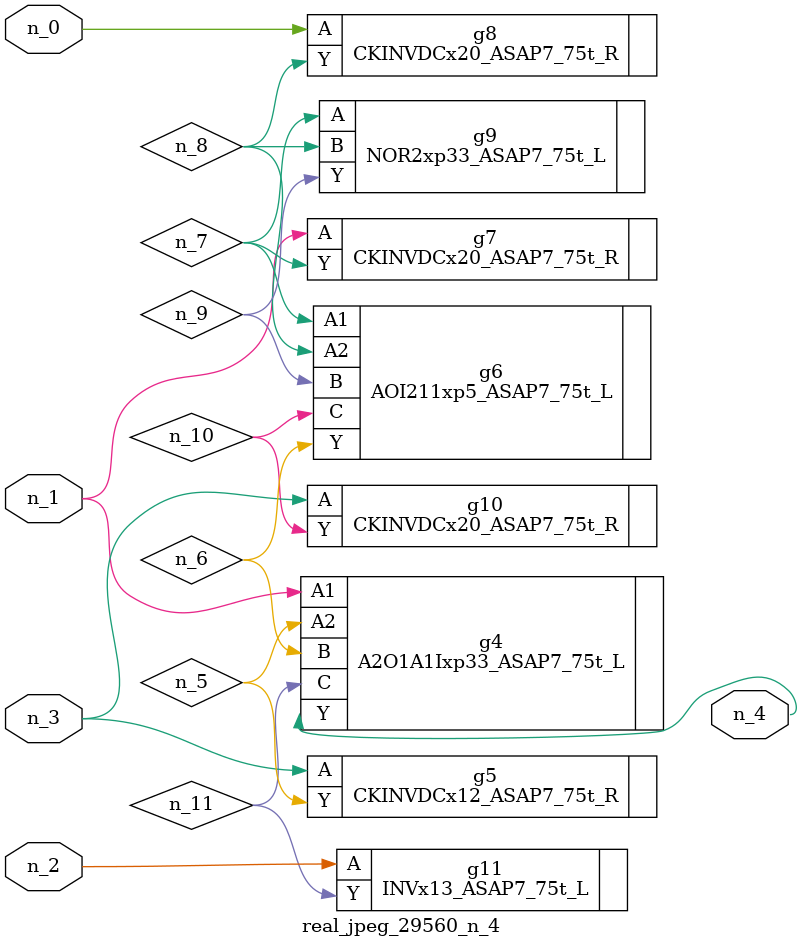
<source format=v>
module real_jpeg_29560_n_4 (n_3, n_1, n_0, n_2, n_4);

input n_3;
input n_1;
input n_0;
input n_2;

output n_4;

wire n_5;
wire n_8;
wire n_11;
wire n_6;
wire n_7;
wire n_10;
wire n_9;

CKINVDCx20_ASAP7_75t_R g8 ( 
.A(n_0),
.Y(n_8)
);

A2O1A1Ixp33_ASAP7_75t_L g4 ( 
.A1(n_1),
.A2(n_5),
.B(n_6),
.C(n_11),
.Y(n_4)
);

CKINVDCx20_ASAP7_75t_R g7 ( 
.A(n_1),
.Y(n_7)
);

INVx13_ASAP7_75t_L g11 ( 
.A(n_2),
.Y(n_11)
);

CKINVDCx12_ASAP7_75t_R g5 ( 
.A(n_3),
.Y(n_5)
);

CKINVDCx20_ASAP7_75t_R g10 ( 
.A(n_3),
.Y(n_10)
);

AOI211xp5_ASAP7_75t_L g6 ( 
.A1(n_7),
.A2(n_8),
.B(n_9),
.C(n_10),
.Y(n_6)
);

NOR2xp33_ASAP7_75t_L g9 ( 
.A(n_7),
.B(n_8),
.Y(n_9)
);


endmodule
</source>
